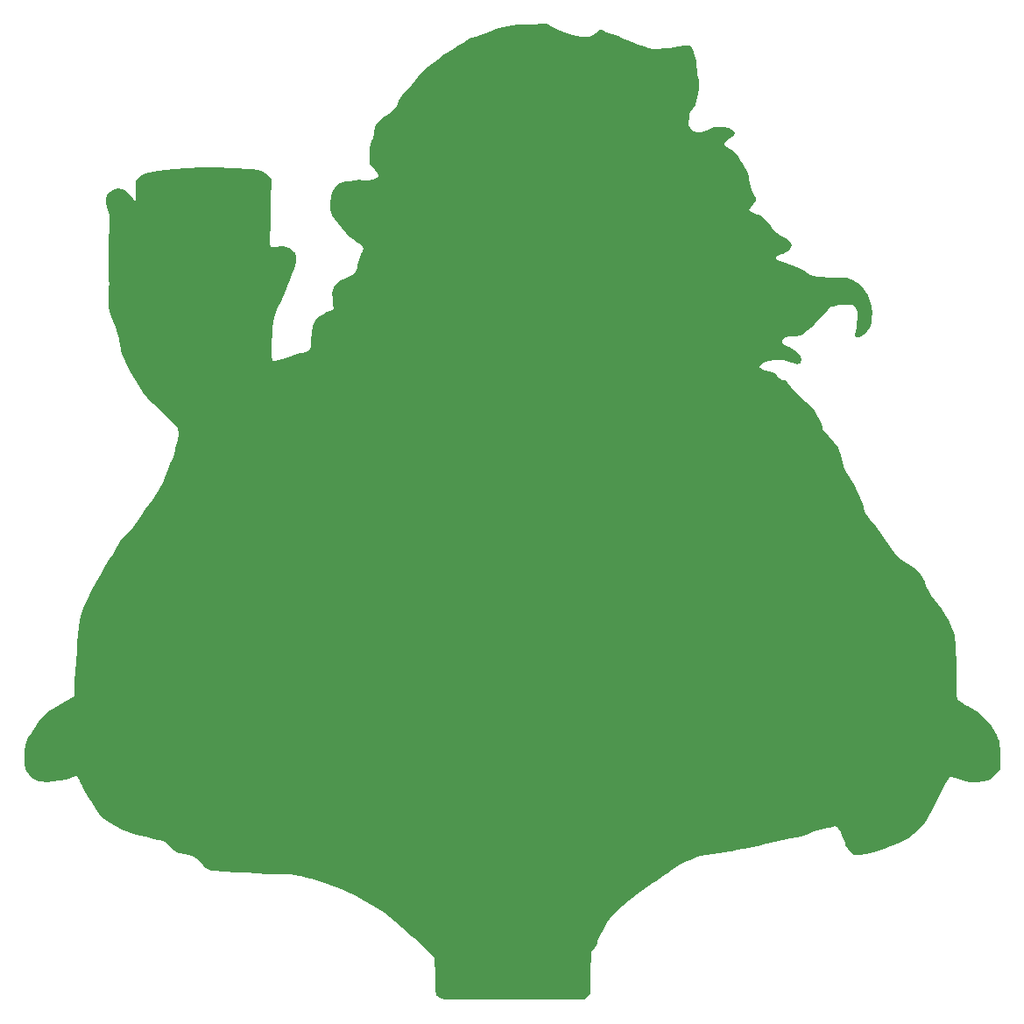
<source format=gbr>
%TF.GenerationSoftware,KiCad,Pcbnew,7.0.7*%
%TF.CreationDate,2024-03-11T11:43:04-07:00*%
%TF.ProjectId,DC32_Drear_Jeebus_SAO,44433332-5f44-4726-9561-725f4a656562,rev?*%
%TF.SameCoordinates,Original*%
%TF.FileFunction,Soldermask,Bot*%
%TF.FilePolarity,Negative*%
%FSLAX46Y46*%
G04 Gerber Fmt 4.6, Leading zero omitted, Abs format (unit mm)*
G04 Created by KiCad (PCBNEW 7.0.7) date 2024-03-11 11:43:04*
%MOMM*%
%LPD*%
G01*
G04 APERTURE LIST*
%ADD10C,1.981200*%
%ADD11R,1.700000X1.700000*%
%ADD12O,1.700000X1.700000*%
G04 APERTURE END LIST*
%TO.C,G\u002A\u002A\u002A*%
G36*
X154116889Y-53228813D02*
G01*
X155036822Y-53642425D01*
X155855653Y-53910216D01*
X156603075Y-54040812D01*
X156968756Y-54057370D01*
X157354641Y-54049197D01*
X157613987Y-54008821D01*
X157822472Y-53912455D01*
X158055773Y-53736314D01*
X158095617Y-53703187D01*
X158337699Y-53507339D01*
X158511393Y-53378712D01*
X158565205Y-53349004D01*
X158672735Y-53392641D01*
X158899780Y-53504686D01*
X159086101Y-53601992D01*
X159392996Y-53746931D01*
X159653389Y-53838463D01*
X159752015Y-53854980D01*
X159940286Y-53899033D01*
X160235758Y-54013419D01*
X160511784Y-54142585D01*
X160869083Y-54310251D01*
X161201912Y-54445097D01*
X161384462Y-54503345D01*
X161616319Y-54576510D01*
X161969143Y-54707590D01*
X162378905Y-54872419D01*
X162519320Y-54931643D01*
X162937436Y-55103794D01*
X163250142Y-55205219D01*
X163535681Y-55250245D01*
X163872295Y-55253199D01*
X164189041Y-55237386D01*
X164672716Y-55199967D01*
X165161767Y-55147657D01*
X165556807Y-55091217D01*
X165584063Y-55086356D01*
X166139635Y-54986843D01*
X166532652Y-54923239D01*
X166799167Y-54892500D01*
X166975231Y-54891583D01*
X167096898Y-54917444D01*
X167173365Y-54952167D01*
X167348763Y-55136502D01*
X167518109Y-55469081D01*
X167663421Y-55896106D01*
X167766717Y-56363783D01*
X167810018Y-56818316D01*
X167810358Y-56857900D01*
X167839482Y-57289600D01*
X167913866Y-57726436D01*
X167970567Y-57932140D01*
X168055400Y-58232593D01*
X168080565Y-58512241D01*
X168049129Y-58857111D01*
X168011807Y-59088613D01*
X167936415Y-59532535D01*
X167862947Y-59979702D01*
X167818139Y-60263410D01*
X167701423Y-60683211D01*
X167489629Y-60965111D01*
X167481790Y-60971776D01*
X167245215Y-61295497D01*
X167158114Y-61596414D01*
X167100305Y-61959619D01*
X167041955Y-62306149D01*
X167036643Y-62336298D01*
X167030608Y-62626475D01*
X167161321Y-62866303D01*
X167216688Y-62928907D01*
X167536814Y-63200575D01*
X167869901Y-63306749D01*
X168278217Y-63262878D01*
X168414046Y-63225947D01*
X168782258Y-63101029D01*
X169130153Y-62958632D01*
X169229497Y-62910708D01*
X169594985Y-62799313D01*
X170057938Y-62763365D01*
X170541818Y-62798399D01*
X170970087Y-62899949D01*
X171222462Y-63026997D01*
X171450959Y-63233296D01*
X171518193Y-63415129D01*
X171416491Y-63602920D01*
X171138182Y-63827093D01*
X170997259Y-63920016D01*
X170648720Y-64170733D01*
X170488660Y-64373936D01*
X170517104Y-64555917D01*
X170734077Y-64742966D01*
X170998179Y-64891012D01*
X171320548Y-65092867D01*
X171588176Y-65324188D01*
X171686927Y-65447586D01*
X171825314Y-65669996D01*
X172034506Y-66002883D01*
X172276608Y-66386005D01*
X172359916Y-66517371D01*
X172625456Y-66963009D01*
X172788128Y-67316387D01*
X172874006Y-67641242D01*
X172898138Y-67832908D01*
X173003320Y-68552482D01*
X173174355Y-69082554D01*
X173367644Y-69379450D01*
X173546003Y-69656164D01*
X173537258Y-69926434D01*
X173337680Y-70214794D01*
X173224302Y-70322545D01*
X173012326Y-70539581D01*
X172885801Y-70725832D01*
X172870119Y-70782795D01*
X172954965Y-70888316D01*
X173164258Y-71022606D01*
X173430130Y-71151371D01*
X173684714Y-71240317D01*
X173815584Y-71260557D01*
X173979135Y-71334004D01*
X174223106Y-71526375D01*
X174505113Y-71795715D01*
X174782774Y-72100070D01*
X175013709Y-72397484D01*
X175098377Y-72530422D01*
X175314084Y-72857698D01*
X175548383Y-73071650D01*
X175884947Y-73245428D01*
X175945299Y-73270843D01*
X176400249Y-73501539D01*
X176752471Y-73763548D01*
X176967868Y-74027187D01*
X177019123Y-74205645D01*
X176937021Y-74429202D01*
X176730297Y-74683586D01*
X176458327Y-74915321D01*
X176180486Y-75070930D01*
X176019482Y-75105976D01*
X175799766Y-75153970D01*
X175599227Y-75269153D01*
X175469088Y-75408322D01*
X175460572Y-75528276D01*
X175488705Y-75553635D01*
X175634021Y-75616178D01*
X175908127Y-75714773D01*
X176187701Y-75807359D01*
X176616253Y-75966371D01*
X177139714Y-76192480D01*
X177685366Y-76451302D01*
X178180495Y-76708453D01*
X178530994Y-76915382D01*
X178807775Y-77072763D01*
X179109683Y-77186181D01*
X179475199Y-77262124D01*
X179942801Y-77307080D01*
X180550968Y-77327537D01*
X180994400Y-77330747D01*
X181586059Y-77333715D01*
X182016992Y-77344706D01*
X182328845Y-77368950D01*
X182563262Y-77411675D01*
X182761887Y-77478109D01*
X182966368Y-77573481D01*
X182979117Y-77579926D01*
X183372430Y-77844540D01*
X183787591Y-78229136D01*
X184162344Y-78669605D01*
X184409292Y-79052589D01*
X184589140Y-79522166D01*
X184714568Y-80106677D01*
X184777459Y-80729710D01*
X184769698Y-81314850D01*
X184695451Y-81746408D01*
X184520659Y-82167636D01*
X184273567Y-82545601D01*
X183986565Y-82850680D01*
X183692043Y-83053246D01*
X183422391Y-83123675D01*
X183250458Y-83068039D01*
X183151142Y-82965132D01*
X183130581Y-82817459D01*
X183183031Y-82558142D01*
X183200837Y-82490503D01*
X183270764Y-82144659D01*
X183330375Y-81702040D01*
X183361941Y-81329482D01*
X183372852Y-80911274D01*
X183341030Y-80622623D01*
X183255303Y-80393173D01*
X183197248Y-80292231D01*
X182992616Y-79963346D01*
X182126938Y-79963346D01*
X181622006Y-79977295D01*
X181255016Y-80025917D01*
X180963012Y-80119376D01*
X180860510Y-80167793D01*
X180618145Y-80310371D01*
X180475644Y-80430803D01*
X180459761Y-80464609D01*
X180389942Y-80577721D01*
X180200578Y-80797437D01*
X179921804Y-81094132D01*
X179583755Y-81438186D01*
X179216567Y-81799976D01*
X178850376Y-82149880D01*
X178515317Y-82458275D01*
X178241525Y-82695539D01*
X178059137Y-82832049D01*
X178040778Y-82842393D01*
X177762253Y-82933056D01*
X177389690Y-82989685D01*
X177180703Y-82999203D01*
X176670196Y-83039895D01*
X176294850Y-83155807D01*
X176081841Y-83337696D01*
X176061590Y-83379919D01*
X176060091Y-83560609D01*
X176209822Y-83743884D01*
X176528860Y-83947299D01*
X176770243Y-84068080D01*
X177244916Y-84343811D01*
X177607134Y-84656549D01*
X177839207Y-84979709D01*
X177923445Y-85286710D01*
X177842156Y-85550968D01*
X177794259Y-85606878D01*
X177691308Y-85684193D01*
X177559464Y-85700431D01*
X177345804Y-85650467D01*
X176999499Y-85529947D01*
X176185113Y-85332464D01*
X175346673Y-85314305D01*
X174833638Y-85397013D01*
X174489308Y-85513989D01*
X174179613Y-85677499D01*
X173960009Y-85852808D01*
X173885251Y-85991018D01*
X173971181Y-86112951D01*
X174193607Y-86244419D01*
X174489900Y-86358759D01*
X174797428Y-86429309D01*
X174939551Y-86439840D01*
X175182557Y-86473467D01*
X175387024Y-86602860D01*
X175602390Y-86844621D01*
X175848331Y-87110539D01*
X176068657Y-87230956D01*
X176222771Y-87249402D01*
X176461199Y-87295601D01*
X176632378Y-87469018D01*
X176694945Y-87578286D01*
X176913518Y-87896193D01*
X177280097Y-88309266D01*
X177775867Y-88798082D01*
X178382008Y-89343215D01*
X178517204Y-89459318D01*
X178916938Y-89835066D01*
X179223825Y-90221174D01*
X179504165Y-90703379D01*
X179552359Y-90797909D01*
X179734715Y-91184669D01*
X179873780Y-91525443D01*
X179947492Y-91764306D01*
X179953784Y-91815468D01*
X180026920Y-91996142D01*
X180234806Y-92287465D01*
X180560166Y-92666487D01*
X180738047Y-92857182D01*
X181095379Y-93241062D01*
X181341313Y-93537935D01*
X181510183Y-93801237D01*
X181636321Y-94084406D01*
X181752721Y-94436479D01*
X181864104Y-94836870D01*
X181945071Y-95194032D01*
X181980054Y-95438108D01*
X181980411Y-95458114D01*
X182035863Y-95672825D01*
X182187428Y-95993380D01*
X182408495Y-96364685D01*
X182444741Y-96419468D01*
X183012503Y-97347060D01*
X183486799Y-98286945D01*
X183845599Y-99190951D01*
X184051311Y-99932845D01*
X184151327Y-100157567D01*
X184350975Y-100451884D01*
X184562677Y-100702718D01*
X184772510Y-100930881D01*
X184958950Y-101145952D01*
X185144276Y-101378117D01*
X185350767Y-101657563D01*
X185600698Y-102014477D01*
X185916350Y-102479047D01*
X186320000Y-103081458D01*
X186337163Y-103107159D01*
X186670421Y-103600061D01*
X186928395Y-103958472D01*
X187144637Y-104218538D01*
X187352702Y-104416404D01*
X187586143Y-104588212D01*
X187878516Y-104770109D01*
X187883923Y-104773339D01*
X188535417Y-105182908D01*
X189030362Y-105550650D01*
X189399750Y-105910838D01*
X189674570Y-106297745D01*
X189885812Y-106745643D01*
X190018737Y-107134263D01*
X190195143Y-107595679D01*
X190448455Y-108043130D01*
X190809587Y-108524846D01*
X191186356Y-108955777D01*
X191522198Y-109380739D01*
X191872496Y-109918606D01*
X192194313Y-110495206D01*
X192444711Y-111036370D01*
X192533725Y-111283267D01*
X192645362Y-111654592D01*
X192732291Y-111986516D01*
X192797577Y-112312023D01*
X192844285Y-112664099D01*
X192875479Y-113075731D01*
X192894225Y-113579903D01*
X192903588Y-114209602D01*
X192906632Y-114997813D01*
X192906773Y-115298176D01*
X192909546Y-116177779D01*
X192918370Y-116872042D01*
X192934000Y-117397949D01*
X192957193Y-117772481D01*
X192988702Y-118012621D01*
X193029285Y-118135349D01*
X193033267Y-118141029D01*
X193177015Y-118258640D01*
X193455005Y-118432545D01*
X193818239Y-118633104D01*
X194001103Y-118726471D01*
X194899898Y-119269085D01*
X195687228Y-119937509D01*
X196336970Y-120703949D01*
X196823001Y-121540614D01*
X196960892Y-121875432D01*
X197052748Y-122177705D01*
X197112218Y-122517207D01*
X197144967Y-122945290D01*
X197156661Y-123513311D01*
X197156972Y-123652662D01*
X197156972Y-124893440D01*
X196784393Y-125305841D01*
X196373896Y-125696554D01*
X195953051Y-125943506D01*
X195461277Y-126071901D01*
X194858812Y-126107012D01*
X194331900Y-126082562D01*
X193846417Y-125998852D01*
X193300729Y-125837347D01*
X193210911Y-125806488D01*
X192774605Y-125662754D01*
X192488166Y-125591520D01*
X192315135Y-125586268D01*
X192228025Y-125630750D01*
X192149017Y-125754266D01*
X191995889Y-126031991D01*
X191783138Y-126436181D01*
X191525265Y-126939087D01*
X191236766Y-127512962D01*
X191091490Y-127805841D01*
X190755450Y-128482116D01*
X190487520Y-129006676D01*
X190268395Y-129410346D01*
X190078768Y-129723950D01*
X189899334Y-129978310D01*
X189710785Y-130204252D01*
X189493816Y-130432599D01*
X189367325Y-130558604D01*
X188777059Y-131110206D01*
X188259180Y-131521342D01*
X187773416Y-131819679D01*
X187279491Y-132032885D01*
X187165708Y-132071122D01*
X186818331Y-132186763D01*
X186492613Y-132306763D01*
X186128049Y-132455082D01*
X185664132Y-132655681D01*
X185443625Y-132753076D01*
X184915128Y-132929459D01*
X184211076Y-133071695D01*
X183544665Y-133156698D01*
X183231226Y-133175775D01*
X183019877Y-133131456D01*
X182819213Y-132991208D01*
X182660140Y-132841871D01*
X182428267Y-132574892D01*
X182264834Y-132309990D01*
X182225938Y-132201413D01*
X182147761Y-131937324D01*
X182020771Y-131605889D01*
X181972018Y-131494304D01*
X181853940Y-131208042D01*
X181783751Y-130986713D01*
X181775298Y-130930072D01*
X181706873Y-130776427D01*
X181540140Y-130578105D01*
X181520243Y-130559014D01*
X181323173Y-130403053D01*
X181145451Y-130377280D01*
X180931186Y-130440179D01*
X180632419Y-130524596D01*
X180374315Y-130560927D01*
X180369223Y-130560956D01*
X180162883Y-130594340D01*
X179827691Y-130681769D01*
X179423509Y-130804160D01*
X179010203Y-130942427D01*
X178647637Y-131077485D01*
X178396295Y-131189917D01*
X178199097Y-131274233D01*
X177904986Y-131360655D01*
X177479840Y-131457859D01*
X176889534Y-131574523D01*
X176867330Y-131578713D01*
X175715798Y-131811300D01*
X174995219Y-131978494D01*
X174586974Y-132073872D01*
X174160090Y-132165085D01*
X174084462Y-132180079D01*
X173676343Y-132265591D01*
X173249545Y-132363809D01*
X173173705Y-132382470D01*
X172771029Y-132477276D01*
X172337627Y-132571029D01*
X172237649Y-132591199D01*
X171833739Y-132670819D01*
X171384531Y-132759245D01*
X171225697Y-132790477D01*
X170925021Y-132843550D01*
X170479702Y-132914595D01*
X169945731Y-132994998D01*
X169379101Y-133076143D01*
X169277689Y-133090201D01*
X168689269Y-133175334D01*
X168245164Y-133254184D01*
X167888553Y-133342952D01*
X167562611Y-133457838D01*
X167210518Y-133615043D01*
X166899601Y-133768205D01*
X166223010Y-134116088D01*
X165698896Y-134406016D01*
X165293184Y-134658521D01*
X164971799Y-134894137D01*
X164825099Y-135018212D01*
X164611882Y-135183343D01*
X164275888Y-135416324D01*
X163868696Y-135682234D01*
X163560159Y-135874615D01*
X162358312Y-136664531D01*
X161270792Y-137507063D01*
X160210270Y-138470146D01*
X160157617Y-138521479D01*
X159738398Y-138942435D01*
X159427711Y-139290333D01*
X159181378Y-139624930D01*
X158955218Y-140005984D01*
X158715586Y-140471957D01*
X158508834Y-140904476D01*
X158341199Y-141283692D01*
X158231208Y-141565760D01*
X158196812Y-141699454D01*
X158134627Y-141886250D01*
X157979421Y-142132953D01*
X157918526Y-142209597D01*
X157640239Y-142539902D01*
X157589641Y-144542821D01*
X157539043Y-146545739D01*
X157258496Y-146826057D01*
X156977948Y-147106374D01*
X150174830Y-147126351D01*
X149015110Y-147128526D01*
X147911787Y-147128211D01*
X146882047Y-147125563D01*
X145943075Y-147120739D01*
X145112056Y-147113897D01*
X144406175Y-147105193D01*
X143842616Y-147094783D01*
X143438565Y-147082825D01*
X143211206Y-147069476D01*
X143169322Y-147062399D01*
X142950342Y-146924319D01*
X142764541Y-146753814D01*
X142688644Y-146652185D01*
X142633062Y-146519551D01*
X142593764Y-146323259D01*
X142566719Y-146030651D01*
X142547896Y-145609073D01*
X142533265Y-145025868D01*
X142529814Y-144852254D01*
X142497477Y-143175348D01*
X142052805Y-142609352D01*
X141816661Y-142345381D01*
X141461424Y-141994067D01*
X141027208Y-141593025D01*
X140554126Y-141179873D01*
X140317885Y-140982434D01*
X139842325Y-140588901D01*
X139383741Y-140204937D01*
X138981867Y-139864125D01*
X138676432Y-139600046D01*
X138568600Y-139503917D01*
X138155312Y-139163173D01*
X137612789Y-138767151D01*
X136992947Y-138350821D01*
X136347708Y-137949153D01*
X135772190Y-137620408D01*
X135358732Y-137393529D01*
X134944810Y-137161707D01*
X134619685Y-136974936D01*
X134618326Y-136974137D01*
X134221306Y-136770267D01*
X133687424Y-136539115D01*
X133050690Y-136291500D01*
X132345113Y-136038243D01*
X131604701Y-135790163D01*
X130863464Y-135558080D01*
X130155411Y-135352814D01*
X129514551Y-135185183D01*
X128974893Y-135066009D01*
X128570445Y-135006110D01*
X128420119Y-135002227D01*
X127732034Y-135032286D01*
X127146144Y-135035220D01*
X126563908Y-135009715D01*
X126067330Y-134970866D01*
X125669977Y-134941260D01*
X125121742Y-134908097D01*
X124474035Y-134874091D01*
X123778267Y-134841951D01*
X123132669Y-134816096D01*
X122486365Y-134787030D01*
X121885763Y-134750116D01*
X121369180Y-134708479D01*
X120974933Y-134665245D01*
X120741340Y-134623541D01*
X120729795Y-134620063D01*
X120341709Y-134400468D01*
X120115946Y-134152684D01*
X119886995Y-133864903D01*
X119634957Y-133614378D01*
X119603611Y-133588781D01*
X119223803Y-133356585D01*
X118749831Y-133157799D01*
X118272603Y-133025468D01*
X117955396Y-132989641D01*
X117746481Y-132969328D01*
X117556397Y-132887862D01*
X117336231Y-132714447D01*
X117037071Y-132418292D01*
X117020425Y-132401023D01*
X116717578Y-132098600D01*
X116480781Y-131909496D01*
X116242957Y-131794586D01*
X115937032Y-131714741D01*
X115796016Y-131686799D01*
X115337600Y-131591572D01*
X114857099Y-131480032D01*
X114581673Y-131409339D01*
X114135435Y-131288446D01*
X113653529Y-131159129D01*
X113468526Y-131109884D01*
X112897747Y-130922338D01*
X112270946Y-130656945D01*
X111641962Y-130342031D01*
X111064631Y-130005923D01*
X110592794Y-129676947D01*
X110364646Y-129476808D01*
X110076736Y-129141281D01*
X109730646Y-128667576D01*
X109354786Y-128100444D01*
X108977566Y-127484640D01*
X108627396Y-126864915D01*
X108332687Y-126286024D01*
X108314337Y-126247051D01*
X108153024Y-125923560D01*
X108011917Y-125677664D01*
X107923626Y-125564671D01*
X107775894Y-125560332D01*
X107517998Y-125620920D01*
X107382289Y-125667015D01*
X106830066Y-125835575D01*
X106207210Y-125965506D01*
X105570177Y-126050567D01*
X104975425Y-126084516D01*
X104479410Y-126061114D01*
X104242850Y-126014060D01*
X103720743Y-125758542D01*
X103278504Y-125349074D01*
X103040981Y-124986521D01*
X102940961Y-124742233D01*
X102880038Y-124451915D01*
X102850413Y-124060981D01*
X102844016Y-123607816D01*
X102858651Y-123081085D01*
X102913516Y-122643999D01*
X103026819Y-122243265D01*
X103216767Y-121825589D01*
X103501566Y-121337678D01*
X103752891Y-120947410D01*
X104236195Y-120279469D01*
X104753714Y-119711663D01*
X105348054Y-119207102D01*
X106061824Y-118728892D01*
X106789641Y-118318028D01*
X107649800Y-117860956D01*
X107722127Y-116393625D01*
X107774562Y-115430347D01*
X107836371Y-114462905D01*
X107905051Y-113519553D01*
X107978099Y-112628546D01*
X108053014Y-111818139D01*
X108127291Y-111116586D01*
X108198430Y-110552141D01*
X108263927Y-110153059D01*
X108282313Y-110068924D01*
X108416287Y-109649448D01*
X108645030Y-109090097D01*
X108953232Y-108420834D01*
X109325586Y-107671621D01*
X109746784Y-106872422D01*
X110201518Y-106053201D01*
X110674481Y-105243921D01*
X111099939Y-104553784D01*
X111389802Y-104087505D01*
X111677298Y-103609494D01*
X111921317Y-103188814D01*
X112033711Y-102985259D01*
X112279937Y-102594742D01*
X112552048Y-102272446D01*
X112710589Y-102137517D01*
X113028721Y-101865005D01*
X113394898Y-101444683D01*
X113819566Y-100863395D01*
X114279912Y-100160850D01*
X114572367Y-99717479D01*
X114904523Y-99244359D01*
X115205823Y-98841909D01*
X115213292Y-98832427D01*
X115816437Y-97953607D01*
X116297463Y-97016491D01*
X116506364Y-96468603D01*
X116636999Y-96101631D01*
X116816135Y-95637195D01*
X117009835Y-95162670D01*
X117053978Y-95058720D01*
X117215195Y-94665340D01*
X117339312Y-94329876D01*
X117407601Y-94104425D01*
X117415139Y-94053953D01*
X117443423Y-93844104D01*
X117508572Y-93581288D01*
X117671907Y-92988860D01*
X117756083Y-92546581D01*
X117764791Y-92219944D01*
X117701718Y-91974441D01*
X117684185Y-91938412D01*
X117553401Y-91758768D01*
X117306445Y-91477298D01*
X116977315Y-91127864D01*
X116600009Y-90744323D01*
X116208528Y-90360537D01*
X115836870Y-90010364D01*
X115519034Y-89727663D01*
X115289020Y-89546295D01*
X115268576Y-89532718D01*
X115004618Y-89299867D01*
X114678574Y-88914372D01*
X114309692Y-88408918D01*
X113917219Y-87816191D01*
X113520404Y-87168875D01*
X113138494Y-86499655D01*
X112790736Y-85841215D01*
X112496380Y-85226242D01*
X112274672Y-84687419D01*
X112144861Y-84257432D01*
X112136162Y-84213545D01*
X112068201Y-83834094D01*
X111991567Y-83394046D01*
X111958769Y-83201593D01*
X111871012Y-82811070D01*
X111734833Y-82341955D01*
X111594631Y-81936653D01*
X111361768Y-81326536D01*
X111190526Y-80868108D01*
X111072383Y-80523212D01*
X110998818Y-80253689D01*
X110961311Y-80021383D01*
X110951340Y-79788134D01*
X110960384Y-79515786D01*
X110979138Y-79180456D01*
X111002281Y-78720863D01*
X111019093Y-78309524D01*
X111027251Y-78007499D01*
X111027308Y-77914143D01*
X111020762Y-77492640D01*
X111016643Y-76943917D01*
X111014779Y-76301699D01*
X111015000Y-75599710D01*
X111017132Y-74871674D01*
X111021005Y-74151316D01*
X111026446Y-73472360D01*
X111033283Y-72868530D01*
X111041344Y-72373551D01*
X111050458Y-72021148D01*
X111058122Y-71867729D01*
X111031816Y-71214910D01*
X110920221Y-70806607D01*
X110753713Y-70178552D01*
X110753913Y-69662967D01*
X110920980Y-69257334D01*
X111024614Y-69135115D01*
X111403636Y-68879970D01*
X111861620Y-68750867D01*
X112302259Y-68771599D01*
X112611359Y-68919890D01*
X112942453Y-69184146D01*
X113225181Y-69500239D01*
X113367137Y-69742163D01*
X113483718Y-69976296D01*
X113563423Y-70022873D01*
X113607368Y-69878739D01*
X113616666Y-69540738D01*
X113597609Y-69089378D01*
X113575934Y-68610397D01*
X113582019Y-68284219D01*
X113620251Y-68062610D01*
X113695019Y-67897336D01*
X113707868Y-67877141D01*
X114039093Y-67549357D01*
X114559389Y-67286100D01*
X115265560Y-67088689D01*
X115846613Y-66993209D01*
X117256041Y-66835286D01*
X118615171Y-66734099D01*
X119980641Y-66688145D01*
X121409089Y-66695920D01*
X122957152Y-66755920D01*
X123537450Y-66788963D01*
X124312427Y-66840506D01*
X124914489Y-66893385D01*
X125373034Y-66954503D01*
X125717461Y-67030764D01*
X125977168Y-67129069D01*
X126181553Y-67256321D01*
X126360015Y-67419424D01*
X126398690Y-67460774D01*
X126736180Y-67829039D01*
X126679596Y-69974878D01*
X126651505Y-71042364D01*
X126628829Y-71924913D01*
X126611747Y-72639911D01*
X126600437Y-73204744D01*
X126595079Y-73636797D01*
X126595849Y-73953455D01*
X126602928Y-74172105D01*
X126616493Y-74310132D01*
X126636722Y-74384922D01*
X126663795Y-74413861D01*
X126697890Y-74414334D01*
X126725099Y-74407288D01*
X126902811Y-74378333D01*
X127209306Y-74344878D01*
X127504176Y-74319933D01*
X127896822Y-74306182D01*
X128174104Y-74345611D01*
X128419388Y-74453067D01*
X128490905Y-74495646D01*
X128761433Y-74692570D01*
X128973168Y-74896891D01*
X129002067Y-74934402D01*
X129131503Y-75277863D01*
X129139214Y-75723623D01*
X129028963Y-76215190D01*
X128895495Y-76533171D01*
X128742436Y-76871531D01*
X128563370Y-77321439D01*
X128390562Y-77800623D01*
X128345343Y-77936014D01*
X128150959Y-78473669D01*
X127906566Y-79070552D01*
X127660665Y-79609089D01*
X127628176Y-79674533D01*
X127362367Y-80223332D01*
X127159648Y-80704546D01*
X127010530Y-81162449D01*
X126905519Y-81641310D01*
X126835127Y-82185401D01*
X126789860Y-82838994D01*
X126760228Y-83646360D01*
X126757842Y-83734185D01*
X126743779Y-84341556D01*
X126740516Y-84776642D01*
X126750297Y-85069367D01*
X126775368Y-85249654D01*
X126817976Y-85347429D01*
X126880367Y-85392615D01*
X126882377Y-85393398D01*
X127037187Y-85386534D01*
X127340713Y-85321899D01*
X127751144Y-85210000D01*
X128226670Y-85061345D01*
X128296951Y-85037898D01*
X128781093Y-84879648D01*
X129207745Y-84748645D01*
X129534176Y-84657421D01*
X129717654Y-84618510D01*
X129728654Y-84617948D01*
X129937630Y-84566714D01*
X130199407Y-84442455D01*
X130223022Y-84428363D01*
X130374587Y-84327176D01*
X130467377Y-84217510D01*
X130516964Y-84049673D01*
X130538919Y-83773973D01*
X130547942Y-83391490D01*
X130607601Y-82679159D01*
X130752605Y-82040487D01*
X130970056Y-81519800D01*
X131177122Y-81228890D01*
X131388421Y-81062877D01*
X131703422Y-80878433D01*
X131913835Y-80777587D01*
X132309956Y-80602524D01*
X132553519Y-80481716D01*
X132678393Y-80390634D01*
X132718446Y-80304748D01*
X132708115Y-80202330D01*
X132681682Y-80006497D01*
X132650523Y-79682591D01*
X132624360Y-79342248D01*
X132612385Y-78911529D01*
X132654862Y-78594685D01*
X132764245Y-78307607D01*
X132783125Y-78269857D01*
X132942249Y-78003704D01*
X133136508Y-77797725D01*
X133412023Y-77617807D01*
X133814920Y-77429836D01*
X134047918Y-77334393D01*
X134534160Y-77072002D01*
X134862847Y-76745795D01*
X135014589Y-76376980D01*
X135022729Y-76268292D01*
X135062059Y-76044661D01*
X135165583Y-75698763D01*
X135312395Y-75291961D01*
X135481589Y-74885619D01*
X135528586Y-74783544D01*
X135609348Y-74525168D01*
X135557110Y-74318687D01*
X135350065Y-74127241D01*
X135034164Y-73947834D01*
X134737162Y-73747914D01*
X134360718Y-73423145D01*
X133942312Y-73013880D01*
X133519424Y-72560471D01*
X133129530Y-72103272D01*
X132810112Y-71682634D01*
X132598646Y-71338911D01*
X132585268Y-71311155D01*
X132425364Y-70767857D01*
X132388472Y-70140176D01*
X132472517Y-69502836D01*
X132649887Y-68982643D01*
X132962661Y-68486321D01*
X133351189Y-68172887D01*
X133829641Y-68032436D01*
X134023768Y-68022310D01*
X134386082Y-68000763D01*
X134722490Y-67947426D01*
X134782559Y-67932059D01*
X135167754Y-67895234D01*
X135564630Y-67948759D01*
X136054585Y-67988120D01*
X136525416Y-67899111D01*
X136907979Y-67698190D01*
X137007472Y-67605310D01*
X137085075Y-67498141D01*
X137086063Y-67389040D01*
X136991322Y-67233498D01*
X136781741Y-66987006D01*
X136705349Y-66901714D01*
X136237450Y-66381298D01*
X136237450Y-65425862D01*
X136251290Y-64875847D01*
X136296634Y-64483430D01*
X136379217Y-64205468D01*
X136407524Y-64146568D01*
X136524005Y-63847945D01*
X136621699Y-63467762D01*
X136650517Y-63300767D01*
X136752098Y-62798613D01*
X136920536Y-62423247D01*
X137197387Y-62110347D01*
X137622065Y-61796990D01*
X138067693Y-61496077D01*
X138383439Y-61248588D01*
X138614198Y-61005896D01*
X138804864Y-60719372D01*
X139000332Y-60340387D01*
X139036462Y-60264960D01*
X139310132Y-59769889D01*
X139592768Y-59400024D01*
X139727802Y-59276458D01*
X139955892Y-59066202D01*
X140242968Y-58751291D01*
X140533142Y-58393701D01*
X140580324Y-58331020D01*
X141162747Y-57651407D01*
X141907745Y-56951244D01*
X142781805Y-56260099D01*
X143449387Y-55799523D01*
X144195929Y-55314163D01*
X144792940Y-54929526D01*
X145259350Y-54634159D01*
X145614086Y-54416609D01*
X145876076Y-54265422D01*
X146064250Y-54169143D01*
X146197534Y-54116320D01*
X146255777Y-54101348D01*
X146534234Y-54032165D01*
X146890637Y-53914533D01*
X147368552Y-53733502D01*
X147621912Y-53632587D01*
X148207007Y-53401244D01*
X148689099Y-53226152D01*
X149114644Y-53098554D01*
X149530100Y-53009696D01*
X149981925Y-52950823D01*
X150516577Y-52913179D01*
X151180514Y-52888009D01*
X151637606Y-52875814D01*
X153325809Y-52833915D01*
X154116889Y-53228813D01*
G37*
%TD*%
D10*
%TO.C,NP1*%
X143366800Y-77448600D03*
X159114800Y-74349800D03*
X172526000Y-106658600D03*
X166684000Y-112526000D03*
X137448600Y-106633200D03*
X134349800Y-98987800D03*
%TD*%
D11*
%TO.C,J1*%
X152800000Y-142300000D03*
D12*
X152800000Y-144840000D03*
X150260000Y-142300000D03*
X150260000Y-144840000D03*
X147720000Y-142300000D03*
X147720000Y-144840000D03*
%TD*%
M02*

</source>
